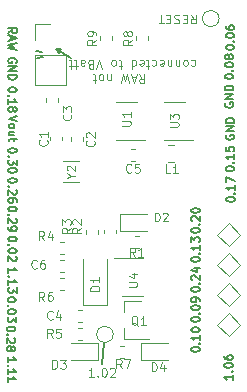
<source format=gbr>
G04 #@! TF.GenerationSoftware,KiCad,Pcbnew,(5.1.9)-1*
G04 #@! TF.CreationDate,2021-01-24T00:06:14-06:00*
G04 #@! TF.ProjectId,BlueMicro840,426c7565-4d69-4637-926f-3834302e6b69,rev?*
G04 #@! TF.SameCoordinates,Original*
G04 #@! TF.FileFunction,Legend,Top*
G04 #@! TF.FilePolarity,Positive*
%FSLAX46Y46*%
G04 Gerber Fmt 4.6, Leading zero omitted, Abs format (unit mm)*
G04 Created by KiCad (PCBNEW (5.1.9)-1) date 2021-01-24 00:06:14*
%MOMM*%
%LPD*%
G01*
G04 APERTURE LIST*
%ADD10C,0.200000*%
%ADD11C,0.100000*%
%ADD12C,0.120000*%
%ADD13C,0.150000*%
G04 APERTURE END LIST*
D10*
X102361533Y-138062775D02*
X102211533Y-139812775D01*
X98721533Y-113114775D02*
X98594533Y-113495775D01*
X98340533Y-113114775D02*
X98721533Y-113114775D01*
X98340533Y-113114775D02*
X98594533Y-113495775D01*
X98340533Y-113114775D02*
X99610533Y-113876775D01*
D11*
X105371104Y-115292989D02*
X105621104Y-115650132D01*
X105799675Y-115292989D02*
X105799675Y-116042989D01*
X105513961Y-116042989D01*
X105442532Y-116007275D01*
X105406818Y-115971560D01*
X105371104Y-115900132D01*
X105371104Y-115792989D01*
X105406818Y-115721560D01*
X105442532Y-115685846D01*
X105513961Y-115650132D01*
X105799675Y-115650132D01*
X105085390Y-115507275D02*
X104728247Y-115507275D01*
X105156818Y-115292989D02*
X104906818Y-116042989D01*
X104656818Y-115292989D01*
X104478247Y-116042989D02*
X104299675Y-115292989D01*
X104156818Y-115828703D01*
X104013961Y-115292989D01*
X103835390Y-116042989D01*
X102978247Y-115792989D02*
X102978247Y-115292989D01*
X102978247Y-115721560D02*
X102942532Y-115757275D01*
X102871104Y-115792989D01*
X102763961Y-115792989D01*
X102692532Y-115757275D01*
X102656818Y-115685846D01*
X102656818Y-115292989D01*
X102192532Y-115292989D02*
X102263961Y-115328703D01*
X102299675Y-115364417D01*
X102335390Y-115435846D01*
X102335390Y-115650132D01*
X102299675Y-115721560D01*
X102263961Y-115757275D01*
X102192532Y-115792989D01*
X102085390Y-115792989D01*
X102013961Y-115757275D01*
X101978247Y-115721560D01*
X101942532Y-115650132D01*
X101942532Y-115435846D01*
X101978247Y-115364417D01*
X102013961Y-115328703D01*
X102085390Y-115292989D01*
X102192532Y-115292989D01*
X101728247Y-115792989D02*
X101442532Y-115792989D01*
X101621104Y-116042989D02*
X101621104Y-115400132D01*
X101585390Y-115328703D01*
X101513961Y-115292989D01*
X101442532Y-115292989D01*
X109763961Y-114103703D02*
X109835390Y-114067989D01*
X109978247Y-114067989D01*
X110049675Y-114103703D01*
X110085390Y-114139417D01*
X110121104Y-114210846D01*
X110121104Y-114425132D01*
X110085390Y-114496560D01*
X110049675Y-114532275D01*
X109978247Y-114567989D01*
X109835390Y-114567989D01*
X109763961Y-114532275D01*
X109335390Y-114067989D02*
X109406818Y-114103703D01*
X109442533Y-114139417D01*
X109478247Y-114210846D01*
X109478247Y-114425132D01*
X109442533Y-114496560D01*
X109406818Y-114532275D01*
X109335390Y-114567989D01*
X109228247Y-114567989D01*
X109156818Y-114532275D01*
X109121104Y-114496560D01*
X109085390Y-114425132D01*
X109085390Y-114210846D01*
X109121104Y-114139417D01*
X109156818Y-114103703D01*
X109228247Y-114067989D01*
X109335390Y-114067989D01*
X108763961Y-114567989D02*
X108763961Y-114067989D01*
X108763961Y-114496560D02*
X108728247Y-114532275D01*
X108656818Y-114567989D01*
X108549675Y-114567989D01*
X108478247Y-114532275D01*
X108442533Y-114460846D01*
X108442533Y-114067989D01*
X108085390Y-114567989D02*
X108085390Y-114067989D01*
X108085390Y-114496560D02*
X108049675Y-114532275D01*
X107978247Y-114567989D01*
X107871104Y-114567989D01*
X107799675Y-114532275D01*
X107763961Y-114460846D01*
X107763961Y-114067989D01*
X107121104Y-114103703D02*
X107192533Y-114067989D01*
X107335390Y-114067989D01*
X107406818Y-114103703D01*
X107442533Y-114175132D01*
X107442533Y-114460846D01*
X107406818Y-114532275D01*
X107335390Y-114567989D01*
X107192533Y-114567989D01*
X107121104Y-114532275D01*
X107085390Y-114460846D01*
X107085390Y-114389417D01*
X107442533Y-114317989D01*
X106442533Y-114103703D02*
X106513961Y-114067989D01*
X106656818Y-114067989D01*
X106728247Y-114103703D01*
X106763961Y-114139417D01*
X106799675Y-114210846D01*
X106799675Y-114425132D01*
X106763961Y-114496560D01*
X106728247Y-114532275D01*
X106656818Y-114567989D01*
X106513961Y-114567989D01*
X106442533Y-114532275D01*
X106228247Y-114567989D02*
X105942533Y-114567989D01*
X106121104Y-114817989D02*
X106121104Y-114175132D01*
X106085390Y-114103703D01*
X106013961Y-114067989D01*
X105942533Y-114067989D01*
X105406818Y-114103703D02*
X105478247Y-114067989D01*
X105621104Y-114067989D01*
X105692533Y-114103703D01*
X105728247Y-114175132D01*
X105728247Y-114460846D01*
X105692533Y-114532275D01*
X105621104Y-114567989D01*
X105478247Y-114567989D01*
X105406818Y-114532275D01*
X105371104Y-114460846D01*
X105371104Y-114389417D01*
X105728247Y-114317989D01*
X104728247Y-114067989D02*
X104728247Y-114817989D01*
X104728247Y-114103703D02*
X104799675Y-114067989D01*
X104942533Y-114067989D01*
X105013961Y-114103703D01*
X105049675Y-114139417D01*
X105085390Y-114210846D01*
X105085390Y-114425132D01*
X105049675Y-114496560D01*
X105013961Y-114532275D01*
X104942533Y-114567989D01*
X104799675Y-114567989D01*
X104728247Y-114532275D01*
X103906818Y-114567989D02*
X103621104Y-114567989D01*
X103799675Y-114817989D02*
X103799675Y-114175132D01*
X103763961Y-114103703D01*
X103692533Y-114067989D01*
X103621104Y-114067989D01*
X103263961Y-114067989D02*
X103335390Y-114103703D01*
X103371104Y-114139417D01*
X103406818Y-114210846D01*
X103406818Y-114425132D01*
X103371104Y-114496560D01*
X103335390Y-114532275D01*
X103263961Y-114567989D01*
X103156818Y-114567989D01*
X103085390Y-114532275D01*
X103049675Y-114496560D01*
X103013961Y-114425132D01*
X103013961Y-114210846D01*
X103049675Y-114139417D01*
X103085390Y-114103703D01*
X103156818Y-114067989D01*
X103263961Y-114067989D01*
X102228247Y-114817989D02*
X101978247Y-114067989D01*
X101728247Y-114817989D01*
X101228247Y-114460846D02*
X101121104Y-114425132D01*
X101085390Y-114389417D01*
X101049675Y-114317989D01*
X101049675Y-114210846D01*
X101085390Y-114139417D01*
X101121104Y-114103703D01*
X101192533Y-114067989D01*
X101478247Y-114067989D01*
X101478247Y-114817989D01*
X101228247Y-114817989D01*
X101156818Y-114782275D01*
X101121104Y-114746560D01*
X101085390Y-114675132D01*
X101085390Y-114603703D01*
X101121104Y-114532275D01*
X101156818Y-114496560D01*
X101228247Y-114460846D01*
X101478247Y-114460846D01*
X100406818Y-114067989D02*
X100406818Y-114460846D01*
X100442533Y-114532275D01*
X100513961Y-114567989D01*
X100656818Y-114567989D01*
X100728247Y-114532275D01*
X100406818Y-114103703D02*
X100478247Y-114067989D01*
X100656818Y-114067989D01*
X100728247Y-114103703D01*
X100763961Y-114175132D01*
X100763961Y-114246560D01*
X100728247Y-114317989D01*
X100656818Y-114353703D01*
X100478247Y-114353703D01*
X100406818Y-114389417D01*
X100156818Y-114567989D02*
X99871104Y-114567989D01*
X100049675Y-114817989D02*
X100049675Y-114175132D01*
X100013961Y-114103703D01*
X99942533Y-114067989D01*
X99871104Y-114067989D01*
X99728247Y-114567989D02*
X99442533Y-114567989D01*
X99621104Y-114817989D02*
X99621104Y-114175132D01*
X99585390Y-114103703D01*
X99513961Y-114067989D01*
X99442533Y-114067989D01*
D10*
X97169533Y-113409775D02*
X96661533Y-113282775D01*
X96671533Y-113912775D02*
X97179533Y-113785775D01*
D11*
X101532961Y-140902060D02*
X101104390Y-140902060D01*
X101318675Y-140902060D02*
X101318675Y-140152060D01*
X101247247Y-140259203D01*
X101175818Y-140330632D01*
X101104390Y-140366346D01*
X101854390Y-140830632D02*
X101890104Y-140866346D01*
X101854390Y-140902060D01*
X101818675Y-140866346D01*
X101854390Y-140830632D01*
X101854390Y-140902060D01*
X102354390Y-140152060D02*
X102425818Y-140152060D01*
X102497247Y-140187775D01*
X102532961Y-140223489D01*
X102568675Y-140294917D01*
X102604390Y-140437775D01*
X102604390Y-140616346D01*
X102568675Y-140759203D01*
X102532961Y-140830632D01*
X102497247Y-140866346D01*
X102425818Y-140902060D01*
X102354390Y-140902060D01*
X102282961Y-140866346D01*
X102247247Y-140830632D01*
X102211533Y-140759203D01*
X102175818Y-140616346D01*
X102175818Y-140437775D01*
X102211533Y-140294917D01*
X102247247Y-140223489D01*
X102282961Y-140187775D01*
X102354390Y-140152060D01*
X102890104Y-140223489D02*
X102925818Y-140187775D01*
X102997247Y-140152060D01*
X103175818Y-140152060D01*
X103247247Y-140187775D01*
X103282961Y-140223489D01*
X103318675Y-140294917D01*
X103318675Y-140366346D01*
X103282961Y-140473489D01*
X102854390Y-140902060D01*
X103318675Y-140902060D01*
X109716818Y-110235489D02*
X109966818Y-110592632D01*
X110145390Y-110235489D02*
X110145390Y-110985489D01*
X109859675Y-110985489D01*
X109788247Y-110949775D01*
X109752533Y-110914060D01*
X109716818Y-110842632D01*
X109716818Y-110735489D01*
X109752533Y-110664060D01*
X109788247Y-110628346D01*
X109859675Y-110592632D01*
X110145390Y-110592632D01*
X109395390Y-110628346D02*
X109145390Y-110628346D01*
X109038247Y-110235489D02*
X109395390Y-110235489D01*
X109395390Y-110985489D01*
X109038247Y-110985489D01*
X108752533Y-110271203D02*
X108645390Y-110235489D01*
X108466818Y-110235489D01*
X108395390Y-110271203D01*
X108359675Y-110306917D01*
X108323961Y-110378346D01*
X108323961Y-110449775D01*
X108359675Y-110521203D01*
X108395390Y-110556917D01*
X108466818Y-110592632D01*
X108609675Y-110628346D01*
X108681104Y-110664060D01*
X108716818Y-110699775D01*
X108752533Y-110771203D01*
X108752533Y-110842632D01*
X108716818Y-110914060D01*
X108681104Y-110949775D01*
X108609675Y-110985489D01*
X108431104Y-110985489D01*
X108323961Y-110949775D01*
X108002533Y-110628346D02*
X107752533Y-110628346D01*
X107645390Y-110235489D02*
X108002533Y-110235489D01*
X108002533Y-110985489D01*
X107645390Y-110985489D01*
X107431104Y-110985489D02*
X107002533Y-110985489D01*
X107216818Y-110235489D02*
X107216818Y-110985489D01*
D12*
X99547033Y-139503775D02*
X101832033Y-139503775D01*
X101832033Y-139503775D02*
X101832033Y-138033775D01*
X101832033Y-138033775D02*
X99547033Y-138033775D01*
X105998533Y-127111775D02*
X103713533Y-127111775D01*
X103713533Y-127111775D02*
X103713533Y-128581775D01*
X103713533Y-128581775D02*
X105998533Y-128581775D01*
X100285533Y-122653775D02*
X98935533Y-122653775D01*
X100285533Y-124403775D02*
X98935533Y-124403775D01*
X107473533Y-120820775D02*
X109923533Y-120820775D01*
X109273533Y-117600775D02*
X107473533Y-117600775D01*
X103917533Y-134028775D02*
X105717533Y-134028775D01*
X105717533Y-130808775D02*
X103267533Y-130808775D01*
X107802034Y-138033775D02*
X105517034Y-138033775D01*
X105517034Y-138033775D02*
X105517034Y-139503775D01*
X105517034Y-139503775D02*
X107802034Y-139503775D01*
X97830533Y-120897554D02*
X97830533Y-120571996D01*
X98850533Y-120897554D02*
X98850533Y-120571996D01*
X100628533Y-120597497D02*
X100628533Y-120923055D01*
X99608533Y-120597497D02*
X99608533Y-120923055D01*
X98469533Y-117295496D02*
X98469533Y-117621054D01*
X97449533Y-117295496D02*
X97449533Y-117621054D01*
X100509812Y-135210775D02*
X100184254Y-135210775D01*
X100509812Y-136230775D02*
X100184254Y-136230775D01*
X104654754Y-122641775D02*
X104980312Y-122641775D01*
X104654754Y-121621775D02*
X104980312Y-121621775D01*
X98685754Y-132039775D02*
X99011312Y-132039775D01*
X98685754Y-131019775D02*
X99011312Y-131019775D01*
X105010254Y-130007775D02*
X105335812Y-130007775D01*
X105010254Y-128987775D02*
X105335812Y-128987775D01*
X103422533Y-128771554D02*
X103422533Y-128445996D01*
X102402533Y-128771554D02*
X102402533Y-128445996D01*
X100878533Y-128797060D02*
X100878533Y-128471502D01*
X101898533Y-128797060D02*
X101898533Y-128471502D01*
X99011312Y-130515775D02*
X98685754Y-130515775D01*
X99011312Y-129495775D02*
X98685754Y-129495775D01*
X100509812Y-136734775D02*
X100184254Y-136734775D01*
X100509812Y-137754775D02*
X100184254Y-137754775D01*
X98685754Y-132543775D02*
X99011312Y-132543775D01*
X98685754Y-133563775D02*
X99011312Y-133563775D01*
X104091312Y-139278775D02*
X103765754Y-139278775D01*
X104091312Y-138258775D02*
X103765754Y-138258775D01*
X100642533Y-134796775D02*
X102642533Y-134796775D01*
X102642533Y-134796775D02*
X102642533Y-130896775D01*
X100642533Y-134796775D02*
X100642533Y-130896775D01*
X104057533Y-134521775D02*
X104057533Y-135451775D01*
X104057533Y-137681775D02*
X104057533Y-136751775D01*
X104057533Y-137681775D02*
X106217533Y-137681775D01*
X104057533Y-134521775D02*
X105517533Y-134521775D01*
X103161533Y-137312775D02*
G75*
G03*
X103161533Y-137312775I-700000J0D01*
G01*
X112121533Y-110574775D02*
G75*
G03*
X112121533Y-110574775I-700000J0D01*
G01*
X108299611Y-122714775D02*
X107782455Y-122714775D01*
X108299611Y-121294775D02*
X107782455Y-121294775D01*
X112945533Y-134932724D02*
X111955584Y-133942775D01*
X113935482Y-133942775D02*
X112945533Y-134932724D01*
X112945533Y-132952826D02*
X113935482Y-133942775D01*
X111955584Y-133942775D02*
X112945533Y-132952826D01*
X111955584Y-136482775D02*
X112945533Y-135492826D01*
X112945533Y-135492826D02*
X113935482Y-136482775D01*
X113935482Y-136482775D02*
X112945533Y-137472724D01*
X112945533Y-137472724D02*
X111955584Y-136482775D01*
X111955584Y-128862775D02*
X112945533Y-127872826D01*
X112945533Y-127872826D02*
X113935482Y-128862775D01*
X113935482Y-128862775D02*
X112945533Y-129852724D01*
X112945533Y-129852724D02*
X111955584Y-128862775D01*
X112945533Y-132392724D02*
X111955584Y-131402775D01*
X113935482Y-131402775D02*
X112945533Y-132392724D01*
X112945533Y-130412826D02*
X113935482Y-131402775D01*
X111955584Y-131402775D02*
X112945533Y-130412826D01*
X105069533Y-112388554D02*
X105069533Y-112062996D01*
X106089533Y-112388554D02*
X106089533Y-112062996D01*
X103041533Y-112388554D02*
X103041533Y-112062996D01*
X102021533Y-112388554D02*
X102021533Y-112062996D01*
X105209533Y-117600775D02*
X103409533Y-117600775D01*
X103409533Y-120820775D02*
X105859533Y-120820775D01*
X96502533Y-116222775D02*
X99162533Y-116222775D01*
X96502533Y-113622775D02*
X96502533Y-116222775D01*
X99162533Y-113622775D02*
X99162533Y-116222775D01*
X96502533Y-113622775D02*
X99162533Y-113622775D01*
X96502533Y-112352775D02*
X96502533Y-111022775D01*
X96502533Y-111022775D02*
X97832533Y-111022775D01*
D11*
X98007961Y-140202060D02*
X98007961Y-139452060D01*
X98186533Y-139452060D01*
X98293675Y-139487775D01*
X98365104Y-139559203D01*
X98400818Y-139630632D01*
X98436533Y-139773489D01*
X98436533Y-139880632D01*
X98400818Y-140023489D01*
X98365104Y-140094917D01*
X98293675Y-140166346D01*
X98186533Y-140202060D01*
X98007961Y-140202060D01*
X98686533Y-139452060D02*
X99150818Y-139452060D01*
X98900818Y-139737775D01*
X99007961Y-139737775D01*
X99079390Y-139773489D01*
X99115104Y-139809203D01*
X99150818Y-139880632D01*
X99150818Y-140059203D01*
X99115104Y-140130632D01*
X99079390Y-140166346D01*
X99007961Y-140202060D01*
X98793675Y-140202060D01*
X98722247Y-140166346D01*
X98686533Y-140130632D01*
X106713866Y-127718941D02*
X106713866Y-127018941D01*
X106880533Y-127018941D01*
X106980533Y-127052275D01*
X107047199Y-127118941D01*
X107080533Y-127185608D01*
X107113866Y-127318941D01*
X107113866Y-127418941D01*
X107080533Y-127552275D01*
X107047199Y-127618941D01*
X106980533Y-127685608D01*
X106880533Y-127718941D01*
X106713866Y-127718941D01*
X107380533Y-127085608D02*
X107413866Y-127052275D01*
X107480533Y-127018941D01*
X107647199Y-127018941D01*
X107713866Y-127052275D01*
X107747199Y-127085608D01*
X107780533Y-127152275D01*
X107780533Y-127218941D01*
X107747199Y-127318941D01*
X107347199Y-127718941D01*
X107780533Y-127718941D01*
X99593866Y-123862108D02*
X99927199Y-123862108D01*
X99227199Y-124095441D02*
X99593866Y-123862108D01*
X99227199Y-123628775D01*
X99293866Y-123428775D02*
X99260533Y-123395441D01*
X99227199Y-123328775D01*
X99227199Y-123162108D01*
X99260533Y-123095441D01*
X99293866Y-123062108D01*
X99360533Y-123028775D01*
X99427199Y-123028775D01*
X99527199Y-123062108D01*
X99927199Y-123462108D01*
X99927199Y-123028775D01*
X107990199Y-119744108D02*
X108556866Y-119744108D01*
X108623533Y-119710775D01*
X108656866Y-119677441D01*
X108690199Y-119610775D01*
X108690199Y-119477441D01*
X108656866Y-119410775D01*
X108623533Y-119377441D01*
X108556866Y-119344108D01*
X107990199Y-119344108D01*
X107990199Y-119077441D02*
X107990199Y-118644108D01*
X108256866Y-118877441D01*
X108256866Y-118777441D01*
X108290199Y-118710775D01*
X108323533Y-118677441D01*
X108390199Y-118644108D01*
X108556866Y-118644108D01*
X108623533Y-118677441D01*
X108656866Y-118710775D01*
X108690199Y-118777441D01*
X108690199Y-118977441D01*
X108656866Y-119044108D01*
X108623533Y-119077441D01*
X104497699Y-133269608D02*
X105064366Y-133269608D01*
X105131033Y-133236275D01*
X105164366Y-133202941D01*
X105197699Y-133136275D01*
X105197699Y-133002941D01*
X105164366Y-132936275D01*
X105131033Y-132902941D01*
X105064366Y-132869608D01*
X104497699Y-132869608D01*
X104731033Y-132236275D02*
X105197699Y-132236275D01*
X104464366Y-132402941D02*
X104964366Y-132569608D01*
X104964366Y-132136275D01*
X106422961Y-140441560D02*
X106422961Y-139691560D01*
X106601533Y-139691560D01*
X106708675Y-139727275D01*
X106780104Y-139798703D01*
X106815818Y-139870132D01*
X106851533Y-140012989D01*
X106851533Y-140120132D01*
X106815818Y-140262989D01*
X106780104Y-140334417D01*
X106708675Y-140405846D01*
X106601533Y-140441560D01*
X106422961Y-140441560D01*
X107494390Y-139941560D02*
X107494390Y-140441560D01*
X107315818Y-139655846D02*
X107137247Y-140191560D01*
X107601533Y-140191560D01*
X97528890Y-120859775D02*
X97564604Y-120895489D01*
X97600318Y-121002632D01*
X97600318Y-121074060D01*
X97564604Y-121181203D01*
X97493175Y-121252632D01*
X97421747Y-121288346D01*
X97278890Y-121324060D01*
X97171747Y-121324060D01*
X97028890Y-121288346D01*
X96957461Y-121252632D01*
X96886033Y-121181203D01*
X96850318Y-121074060D01*
X96850318Y-121002632D01*
X96886033Y-120895489D01*
X96921747Y-120859775D01*
X97600318Y-120145489D02*
X97600318Y-120574060D01*
X97600318Y-120359775D02*
X96850318Y-120359775D01*
X96957461Y-120431203D01*
X97028890Y-120502632D01*
X97064604Y-120574060D01*
X101529390Y-120923275D02*
X101565104Y-120958989D01*
X101600818Y-121066132D01*
X101600818Y-121137560D01*
X101565104Y-121244703D01*
X101493675Y-121316132D01*
X101422247Y-121351846D01*
X101279390Y-121387560D01*
X101172247Y-121387560D01*
X101029390Y-121351846D01*
X100957961Y-121316132D01*
X100886533Y-121244703D01*
X100850818Y-121137560D01*
X100850818Y-121066132D01*
X100886533Y-120958989D01*
X100922247Y-120923275D01*
X100922247Y-120637560D02*
X100886533Y-120601846D01*
X100850818Y-120530417D01*
X100850818Y-120351846D01*
X100886533Y-120280417D01*
X100922247Y-120244703D01*
X100993675Y-120208989D01*
X101065104Y-120208989D01*
X101172247Y-120244703D01*
X101600818Y-120673275D01*
X101600818Y-120208989D01*
X99548190Y-118700775D02*
X99583904Y-118736489D01*
X99619618Y-118843632D01*
X99619618Y-118915060D01*
X99583904Y-119022203D01*
X99512475Y-119093632D01*
X99441047Y-119129346D01*
X99298190Y-119165060D01*
X99191047Y-119165060D01*
X99048190Y-119129346D01*
X98976761Y-119093632D01*
X98905333Y-119022203D01*
X98869618Y-118915060D01*
X98869618Y-118843632D01*
X98905333Y-118736489D01*
X98941047Y-118700775D01*
X98869618Y-118450775D02*
X98869618Y-117986489D01*
X99155333Y-118236489D01*
X99155333Y-118129346D01*
X99191047Y-118057917D01*
X99226761Y-118022203D01*
X99298190Y-117986489D01*
X99476761Y-117986489D01*
X99548190Y-118022203D01*
X99583904Y-118057917D01*
X99619618Y-118129346D01*
X99619618Y-118343632D01*
X99583904Y-118415060D01*
X99548190Y-118450775D01*
X98025033Y-135988632D02*
X97989318Y-136024346D01*
X97882175Y-136060060D01*
X97810747Y-136060060D01*
X97703604Y-136024346D01*
X97632175Y-135952917D01*
X97596461Y-135881489D01*
X97560747Y-135738632D01*
X97560747Y-135631489D01*
X97596461Y-135488632D01*
X97632175Y-135417203D01*
X97703604Y-135345775D01*
X97810747Y-135310060D01*
X97882175Y-135310060D01*
X97989318Y-135345775D01*
X98025033Y-135381489D01*
X98667890Y-135560060D02*
X98667890Y-136060060D01*
X98489318Y-135274346D02*
X98310747Y-135810060D01*
X98775033Y-135810060D01*
X104692533Y-123542632D02*
X104656818Y-123578346D01*
X104549675Y-123614060D01*
X104478247Y-123614060D01*
X104371104Y-123578346D01*
X104299675Y-123506917D01*
X104263961Y-123435489D01*
X104228247Y-123292632D01*
X104228247Y-123185489D01*
X104263961Y-123042632D01*
X104299675Y-122971203D01*
X104371104Y-122899775D01*
X104478247Y-122864060D01*
X104549675Y-122864060D01*
X104656818Y-122899775D01*
X104692533Y-122935489D01*
X105371104Y-122864060D02*
X105013961Y-122864060D01*
X104978247Y-123221203D01*
X105013961Y-123185489D01*
X105085390Y-123149775D01*
X105263961Y-123149775D01*
X105335390Y-123185489D01*
X105371104Y-123221203D01*
X105406818Y-123292632D01*
X105406818Y-123471203D01*
X105371104Y-123542632D01*
X105335390Y-123578346D01*
X105263961Y-123614060D01*
X105085390Y-123614060D01*
X105013961Y-123578346D01*
X104978247Y-123542632D01*
X96691533Y-131670632D02*
X96655818Y-131706346D01*
X96548675Y-131742060D01*
X96477247Y-131742060D01*
X96370104Y-131706346D01*
X96298675Y-131634917D01*
X96262961Y-131563489D01*
X96227247Y-131420632D01*
X96227247Y-131313489D01*
X96262961Y-131170632D01*
X96298675Y-131099203D01*
X96370104Y-131027775D01*
X96477247Y-130992060D01*
X96548675Y-130992060D01*
X96655818Y-131027775D01*
X96691533Y-131063489D01*
X97334390Y-130992060D02*
X97191533Y-130992060D01*
X97120104Y-131027775D01*
X97084390Y-131063489D01*
X97012961Y-131170632D01*
X96977247Y-131313489D01*
X96977247Y-131599203D01*
X97012961Y-131670632D01*
X97048675Y-131706346D01*
X97120104Y-131742060D01*
X97262961Y-131742060D01*
X97334390Y-131706346D01*
X97370104Y-131670632D01*
X97405818Y-131599203D01*
X97405818Y-131420632D01*
X97370104Y-131349203D01*
X97334390Y-131313489D01*
X97262961Y-131277775D01*
X97120104Y-131277775D01*
X97048675Y-131313489D01*
X97012961Y-131349203D01*
X96977247Y-131420632D01*
X105010033Y-130726060D02*
X104760033Y-130368917D01*
X104581461Y-130726060D02*
X104581461Y-129976060D01*
X104867175Y-129976060D01*
X104938604Y-130011775D01*
X104974318Y-130047489D01*
X105010033Y-130118917D01*
X105010033Y-130226060D01*
X104974318Y-130297489D01*
X104938604Y-130333203D01*
X104867175Y-130368917D01*
X104581461Y-130368917D01*
X105724318Y-130726060D02*
X105295747Y-130726060D01*
X105510033Y-130726060D02*
X105510033Y-129976060D01*
X105438604Y-130083203D01*
X105367175Y-130154632D01*
X105295747Y-130190346D01*
X100457818Y-128289275D02*
X100100675Y-128539275D01*
X100457818Y-128717846D02*
X99707818Y-128717846D01*
X99707818Y-128432132D01*
X99743533Y-128360703D01*
X99779247Y-128324989D01*
X99850675Y-128289275D01*
X99957818Y-128289275D01*
X100029247Y-128324989D01*
X100064961Y-128360703D01*
X100100675Y-128432132D01*
X100100675Y-128717846D01*
X99779247Y-128003560D02*
X99743533Y-127967846D01*
X99707818Y-127896417D01*
X99707818Y-127717846D01*
X99743533Y-127646417D01*
X99779247Y-127610703D01*
X99850675Y-127574989D01*
X99922104Y-127574989D01*
X100029247Y-127610703D01*
X100457818Y-128039275D01*
X100457818Y-127574989D01*
X99568818Y-128289275D02*
X99211675Y-128539275D01*
X99568818Y-128717846D02*
X98818818Y-128717846D01*
X98818818Y-128432132D01*
X98854533Y-128360703D01*
X98890247Y-128324989D01*
X98961675Y-128289275D01*
X99068818Y-128289275D01*
X99140247Y-128324989D01*
X99175961Y-128360703D01*
X99211675Y-128432132D01*
X99211675Y-128717846D01*
X98818818Y-128039275D02*
X98818818Y-127574989D01*
X99104533Y-127824989D01*
X99104533Y-127717846D01*
X99140247Y-127646417D01*
X99175961Y-127610703D01*
X99247390Y-127574989D01*
X99425961Y-127574989D01*
X99497390Y-127610703D01*
X99533104Y-127646417D01*
X99568818Y-127717846D01*
X99568818Y-127932132D01*
X99533104Y-128003560D01*
X99497390Y-128039275D01*
X97326533Y-129329060D02*
X97076533Y-128971917D01*
X96897961Y-129329060D02*
X96897961Y-128579060D01*
X97183675Y-128579060D01*
X97255104Y-128614775D01*
X97290818Y-128650489D01*
X97326533Y-128721917D01*
X97326533Y-128829060D01*
X97290818Y-128900489D01*
X97255104Y-128936203D01*
X97183675Y-128971917D01*
X96897961Y-128971917D01*
X97969390Y-128829060D02*
X97969390Y-129329060D01*
X97790818Y-128543346D02*
X97612247Y-129079060D01*
X98076533Y-129079060D01*
X98025033Y-137584060D02*
X97775033Y-137226917D01*
X97596461Y-137584060D02*
X97596461Y-136834060D01*
X97882175Y-136834060D01*
X97953604Y-136869775D01*
X97989318Y-136905489D01*
X98025033Y-136976917D01*
X98025033Y-137084060D01*
X97989318Y-137155489D01*
X97953604Y-137191203D01*
X97882175Y-137226917D01*
X97596461Y-137226917D01*
X98703604Y-136834060D02*
X98346461Y-136834060D01*
X98310747Y-137191203D01*
X98346461Y-137155489D01*
X98417890Y-137119775D01*
X98596461Y-137119775D01*
X98667890Y-137155489D01*
X98703604Y-137191203D01*
X98739318Y-137262632D01*
X98739318Y-137441203D01*
X98703604Y-137512632D01*
X98667890Y-137548346D01*
X98596461Y-137584060D01*
X98417890Y-137584060D01*
X98346461Y-137548346D01*
X98310747Y-137512632D01*
X97326533Y-134472560D02*
X97076533Y-134115417D01*
X96897961Y-134472560D02*
X96897961Y-133722560D01*
X97183675Y-133722560D01*
X97255104Y-133758275D01*
X97290818Y-133793989D01*
X97326533Y-133865417D01*
X97326533Y-133972560D01*
X97290818Y-134043989D01*
X97255104Y-134079703D01*
X97183675Y-134115417D01*
X96897961Y-134115417D01*
X97969390Y-133722560D02*
X97826533Y-133722560D01*
X97755104Y-133758275D01*
X97719390Y-133793989D01*
X97647961Y-133901132D01*
X97612247Y-134043989D01*
X97612247Y-134329703D01*
X97647961Y-134401132D01*
X97683675Y-134436846D01*
X97755104Y-134472560D01*
X97897961Y-134472560D01*
X97969390Y-134436846D01*
X98005104Y-134401132D01*
X98040818Y-134329703D01*
X98040818Y-134151132D01*
X98005104Y-134079703D01*
X97969390Y-134043989D01*
X97897961Y-134008275D01*
X97755104Y-134008275D01*
X97683675Y-134043989D01*
X97647961Y-134079703D01*
X97612247Y-134151132D01*
X103867033Y-140187560D02*
X103617033Y-139830417D01*
X103438461Y-140187560D02*
X103438461Y-139437560D01*
X103724175Y-139437560D01*
X103795604Y-139473275D01*
X103831318Y-139508989D01*
X103867033Y-139580417D01*
X103867033Y-139687560D01*
X103831318Y-139758989D01*
X103795604Y-139794703D01*
X103724175Y-139830417D01*
X103438461Y-139830417D01*
X104117033Y-139437560D02*
X104617033Y-139437560D01*
X104295604Y-140187560D01*
X101981818Y-133607346D02*
X101231818Y-133607346D01*
X101231818Y-133428775D01*
X101267533Y-133321632D01*
X101338961Y-133250203D01*
X101410390Y-133214489D01*
X101553247Y-133178775D01*
X101660390Y-133178775D01*
X101803247Y-133214489D01*
X101874675Y-133250203D01*
X101946104Y-133321632D01*
X101981818Y-133428775D01*
X101981818Y-133607346D01*
X101981818Y-132464489D02*
X101981818Y-132893060D01*
X101981818Y-132678775D02*
X101231818Y-132678775D01*
X101338961Y-132750203D01*
X101410390Y-132821632D01*
X101446104Y-132893060D01*
X105254104Y-136575989D02*
X105182675Y-136540275D01*
X105111247Y-136468846D01*
X105004104Y-136361703D01*
X104932675Y-136325989D01*
X104861247Y-136325989D01*
X104896961Y-136504560D02*
X104825533Y-136468846D01*
X104754104Y-136397417D01*
X104718390Y-136254560D01*
X104718390Y-136004560D01*
X104754104Y-135861703D01*
X104825533Y-135790275D01*
X104896961Y-135754560D01*
X105039818Y-135754560D01*
X105111247Y-135790275D01*
X105182675Y-135861703D01*
X105218390Y-136004560D01*
X105218390Y-136254560D01*
X105182675Y-136397417D01*
X105111247Y-136468846D01*
X105039818Y-136504560D01*
X104896961Y-136504560D01*
X105932675Y-136504560D02*
X105504104Y-136504560D01*
X105718390Y-136504560D02*
X105718390Y-135754560D01*
X105646961Y-135861703D01*
X105575533Y-135933132D01*
X105504104Y-135968846D01*
X107994533Y-123677560D02*
X107637390Y-123677560D01*
X107637390Y-122927560D01*
X108637390Y-123677560D02*
X108208818Y-123677560D01*
X108423104Y-123677560D02*
X108423104Y-122927560D01*
X108351675Y-123034703D01*
X108280247Y-123106132D01*
X108208818Y-123141846D01*
D13*
X94277366Y-111805941D02*
X94610699Y-111572608D01*
X94277366Y-111405941D02*
X94977366Y-111405941D01*
X94977366Y-111672608D01*
X94944033Y-111739275D01*
X94910699Y-111772608D01*
X94844033Y-111805941D01*
X94744033Y-111805941D01*
X94677366Y-111772608D01*
X94644033Y-111739275D01*
X94610699Y-111672608D01*
X94610699Y-111405941D01*
X94477366Y-112072608D02*
X94477366Y-112405941D01*
X94277366Y-112005941D02*
X94977366Y-112239275D01*
X94277366Y-112472608D01*
X94977366Y-112639275D02*
X94277366Y-112805941D01*
X94777366Y-112939275D01*
X94277366Y-113072608D01*
X94977366Y-113239275D01*
X94944033Y-114295941D02*
X94977366Y-114229275D01*
X94977366Y-114129275D01*
X94944033Y-114029275D01*
X94877366Y-113962608D01*
X94810699Y-113929275D01*
X94677366Y-113895941D01*
X94577366Y-113895941D01*
X94444033Y-113929275D01*
X94377366Y-113962608D01*
X94310699Y-114029275D01*
X94277366Y-114129275D01*
X94277366Y-114195941D01*
X94310699Y-114295941D01*
X94344033Y-114329275D01*
X94577366Y-114329275D01*
X94577366Y-114195941D01*
X94277366Y-114629275D02*
X94977366Y-114629275D01*
X94277366Y-115029275D01*
X94977366Y-115029275D01*
X94277366Y-115362608D02*
X94977366Y-115362608D01*
X94977366Y-115529275D01*
X94944033Y-115629275D01*
X94877366Y-115695941D01*
X94810699Y-115729275D01*
X94677366Y-115762608D01*
X94577366Y-115762608D01*
X94444033Y-115729275D01*
X94377366Y-115695941D01*
X94310699Y-115629275D01*
X94277366Y-115529275D01*
X94277366Y-115362608D01*
X94977366Y-116566108D02*
X94977366Y-116632775D01*
X94944033Y-116699441D01*
X94910699Y-116732775D01*
X94844033Y-116766108D01*
X94710699Y-116799441D01*
X94544033Y-116799441D01*
X94410699Y-116766108D01*
X94344033Y-116732775D01*
X94310699Y-116699441D01*
X94277366Y-116632775D01*
X94277366Y-116566108D01*
X94310699Y-116499441D01*
X94344033Y-116466108D01*
X94410699Y-116432775D01*
X94544033Y-116399441D01*
X94710699Y-116399441D01*
X94844033Y-116432775D01*
X94910699Y-116466108D01*
X94944033Y-116499441D01*
X94977366Y-116566108D01*
X94344033Y-117099441D02*
X94310699Y-117132775D01*
X94277366Y-117099441D01*
X94310699Y-117066108D01*
X94344033Y-117099441D01*
X94277366Y-117099441D01*
X94277366Y-117799441D02*
X94277366Y-117399441D01*
X94277366Y-117599441D02*
X94977366Y-117599441D01*
X94877366Y-117532775D01*
X94810699Y-117466108D01*
X94777366Y-117399441D01*
X94677366Y-118199441D02*
X94710699Y-118132775D01*
X94744033Y-118099441D01*
X94810699Y-118066108D01*
X94844033Y-118066108D01*
X94910699Y-118099441D01*
X94944033Y-118132775D01*
X94977366Y-118199441D01*
X94977366Y-118332775D01*
X94944033Y-118399441D01*
X94910699Y-118432775D01*
X94844033Y-118466108D01*
X94810699Y-118466108D01*
X94744033Y-118432775D01*
X94710699Y-118399441D01*
X94677366Y-118332775D01*
X94677366Y-118199441D01*
X94644033Y-118132775D01*
X94610699Y-118099441D01*
X94544033Y-118066108D01*
X94410699Y-118066108D01*
X94344033Y-118099441D01*
X94310699Y-118132775D01*
X94277366Y-118199441D01*
X94277366Y-118332775D01*
X94310699Y-118399441D01*
X94344033Y-118432775D01*
X94410699Y-118466108D01*
X94544033Y-118466108D01*
X94610699Y-118432775D01*
X94644033Y-118399441D01*
X94677366Y-118332775D01*
X95034866Y-118816108D02*
X94334866Y-119049441D01*
X95034866Y-119282775D01*
X94334866Y-119616108D02*
X94368199Y-119549441D01*
X94401533Y-119516108D01*
X94468199Y-119482775D01*
X94668199Y-119482775D01*
X94734866Y-119516108D01*
X94768199Y-119549441D01*
X94801533Y-119616108D01*
X94801533Y-119716108D01*
X94768199Y-119782775D01*
X94734866Y-119816108D01*
X94668199Y-119849441D01*
X94468199Y-119849441D01*
X94401533Y-119816108D01*
X94368199Y-119782775D01*
X94334866Y-119716108D01*
X94334866Y-119616108D01*
X94801533Y-120449441D02*
X94334866Y-120449441D01*
X94801533Y-120149441D02*
X94434866Y-120149441D01*
X94368199Y-120182775D01*
X94334866Y-120249441D01*
X94334866Y-120349441D01*
X94368199Y-120416108D01*
X94401533Y-120449441D01*
X94801533Y-120682775D02*
X94801533Y-120949441D01*
X95034866Y-120782775D02*
X94434866Y-120782775D01*
X94368199Y-120816108D01*
X94334866Y-120882775D01*
X94334866Y-120949441D01*
X94977366Y-121709608D02*
X94977366Y-121776275D01*
X94944033Y-121842941D01*
X94910699Y-121876275D01*
X94844033Y-121909608D01*
X94710699Y-121942941D01*
X94544033Y-121942941D01*
X94410699Y-121909608D01*
X94344033Y-121876275D01*
X94310699Y-121842941D01*
X94277366Y-121776275D01*
X94277366Y-121709608D01*
X94310699Y-121642941D01*
X94344033Y-121609608D01*
X94410699Y-121576275D01*
X94544033Y-121542941D01*
X94710699Y-121542941D01*
X94844033Y-121576275D01*
X94910699Y-121609608D01*
X94944033Y-121642941D01*
X94977366Y-121709608D01*
X94344033Y-122242941D02*
X94310699Y-122276275D01*
X94277366Y-122242941D01*
X94310699Y-122209608D01*
X94344033Y-122242941D01*
X94277366Y-122242941D01*
X94977366Y-122509608D02*
X94977366Y-122942941D01*
X94710699Y-122709608D01*
X94710699Y-122809608D01*
X94677366Y-122876275D01*
X94644033Y-122909608D01*
X94577366Y-122942941D01*
X94410699Y-122942941D01*
X94344033Y-122909608D01*
X94310699Y-122876275D01*
X94277366Y-122809608D01*
X94277366Y-122609608D01*
X94310699Y-122542941D01*
X94344033Y-122509608D01*
X94977366Y-123376275D02*
X94977366Y-123442941D01*
X94944033Y-123509608D01*
X94910699Y-123542941D01*
X94844033Y-123576275D01*
X94710699Y-123609608D01*
X94544033Y-123609608D01*
X94410699Y-123576275D01*
X94344033Y-123542941D01*
X94310699Y-123509608D01*
X94277366Y-123442941D01*
X94277366Y-123376275D01*
X94310699Y-123309608D01*
X94344033Y-123276275D01*
X94410699Y-123242941D01*
X94544033Y-123209608D01*
X94710699Y-123209608D01*
X94844033Y-123242941D01*
X94910699Y-123276275D01*
X94944033Y-123309608D01*
X94977366Y-123376275D01*
X94977366Y-124249608D02*
X94977366Y-124316275D01*
X94944033Y-124382941D01*
X94910699Y-124416275D01*
X94844033Y-124449608D01*
X94710699Y-124482941D01*
X94544033Y-124482941D01*
X94410699Y-124449608D01*
X94344033Y-124416275D01*
X94310699Y-124382941D01*
X94277366Y-124316275D01*
X94277366Y-124249608D01*
X94310699Y-124182941D01*
X94344033Y-124149608D01*
X94410699Y-124116275D01*
X94544033Y-124082941D01*
X94710699Y-124082941D01*
X94844033Y-124116275D01*
X94910699Y-124149608D01*
X94944033Y-124182941D01*
X94977366Y-124249608D01*
X94344033Y-124782941D02*
X94310699Y-124816275D01*
X94277366Y-124782941D01*
X94310699Y-124749608D01*
X94344033Y-124782941D01*
X94277366Y-124782941D01*
X94910699Y-125082941D02*
X94944033Y-125116275D01*
X94977366Y-125182941D01*
X94977366Y-125349608D01*
X94944033Y-125416275D01*
X94910699Y-125449608D01*
X94844033Y-125482941D01*
X94777366Y-125482941D01*
X94677366Y-125449608D01*
X94277366Y-125049608D01*
X94277366Y-125482941D01*
X94977366Y-126082941D02*
X94977366Y-125949608D01*
X94944033Y-125882941D01*
X94910699Y-125849608D01*
X94810699Y-125782941D01*
X94677366Y-125749608D01*
X94410699Y-125749608D01*
X94344033Y-125782941D01*
X94310699Y-125816275D01*
X94277366Y-125882941D01*
X94277366Y-126016275D01*
X94310699Y-126082941D01*
X94344033Y-126116275D01*
X94410699Y-126149608D01*
X94577366Y-126149608D01*
X94644033Y-126116275D01*
X94677366Y-126082941D01*
X94710699Y-126016275D01*
X94710699Y-125882941D01*
X94677366Y-125816275D01*
X94644033Y-125782941D01*
X94577366Y-125749608D01*
X94977366Y-129202608D02*
X94977366Y-129269275D01*
X94944033Y-129335941D01*
X94910699Y-129369275D01*
X94844033Y-129402608D01*
X94710699Y-129435941D01*
X94544033Y-129435941D01*
X94410699Y-129402608D01*
X94344033Y-129369275D01*
X94310699Y-129335941D01*
X94277366Y-129269275D01*
X94277366Y-129202608D01*
X94310699Y-129135941D01*
X94344033Y-129102608D01*
X94410699Y-129069275D01*
X94544033Y-129035941D01*
X94710699Y-129035941D01*
X94844033Y-129069275D01*
X94910699Y-129102608D01*
X94944033Y-129135941D01*
X94977366Y-129202608D01*
X94344033Y-129735941D02*
X94310699Y-129769275D01*
X94277366Y-129735941D01*
X94310699Y-129702608D01*
X94344033Y-129735941D01*
X94277366Y-129735941D01*
X94977366Y-130202608D02*
X94977366Y-130269275D01*
X94944033Y-130335941D01*
X94910699Y-130369275D01*
X94844033Y-130402608D01*
X94710699Y-130435941D01*
X94544033Y-130435941D01*
X94410699Y-130402608D01*
X94344033Y-130369275D01*
X94310699Y-130335941D01*
X94277366Y-130269275D01*
X94277366Y-130202608D01*
X94310699Y-130135941D01*
X94344033Y-130102608D01*
X94410699Y-130069275D01*
X94544033Y-130035941D01*
X94710699Y-130035941D01*
X94844033Y-130069275D01*
X94910699Y-130102608D01*
X94944033Y-130135941D01*
X94977366Y-130202608D01*
X94910699Y-130702608D02*
X94944033Y-130735941D01*
X94977366Y-130802608D01*
X94977366Y-130969275D01*
X94944033Y-131035941D01*
X94910699Y-131069275D01*
X94844033Y-131102608D01*
X94777366Y-131102608D01*
X94677366Y-131069275D01*
X94277366Y-130669275D01*
X94277366Y-131102608D01*
X94977366Y-126662608D02*
X94977366Y-126729275D01*
X94944033Y-126795941D01*
X94910699Y-126829275D01*
X94844033Y-126862608D01*
X94710699Y-126895941D01*
X94544033Y-126895941D01*
X94410699Y-126862608D01*
X94344033Y-126829275D01*
X94310699Y-126795941D01*
X94277366Y-126729275D01*
X94277366Y-126662608D01*
X94310699Y-126595941D01*
X94344033Y-126562608D01*
X94410699Y-126529275D01*
X94544033Y-126495941D01*
X94710699Y-126495941D01*
X94844033Y-126529275D01*
X94910699Y-126562608D01*
X94944033Y-126595941D01*
X94977366Y-126662608D01*
X94344033Y-127195941D02*
X94310699Y-127229275D01*
X94277366Y-127195941D01*
X94310699Y-127162608D01*
X94344033Y-127195941D01*
X94277366Y-127195941D01*
X94910699Y-127495941D02*
X94944033Y-127529275D01*
X94977366Y-127595941D01*
X94977366Y-127762608D01*
X94944033Y-127829275D01*
X94910699Y-127862608D01*
X94844033Y-127895941D01*
X94777366Y-127895941D01*
X94677366Y-127862608D01*
X94277366Y-127462608D01*
X94277366Y-127895941D01*
X94277366Y-128229275D02*
X94277366Y-128362608D01*
X94310699Y-128429275D01*
X94344033Y-128462608D01*
X94444033Y-128529275D01*
X94577366Y-128562608D01*
X94844033Y-128562608D01*
X94910699Y-128529275D01*
X94944033Y-128495941D01*
X94977366Y-128429275D01*
X94977366Y-128295941D01*
X94944033Y-128229275D01*
X94910699Y-128195941D01*
X94844033Y-128162608D01*
X94677366Y-128162608D01*
X94610699Y-128195941D01*
X94577366Y-128229275D01*
X94544033Y-128295941D01*
X94544033Y-128429275D01*
X94577366Y-128495941D01*
X94610699Y-128529275D01*
X94677366Y-128562608D01*
X94277366Y-132102941D02*
X94277366Y-131702941D01*
X94277366Y-131902941D02*
X94977366Y-131902941D01*
X94877366Y-131836275D01*
X94810699Y-131769608D01*
X94777366Y-131702941D01*
X94344033Y-132402941D02*
X94310699Y-132436275D01*
X94277366Y-132402941D01*
X94310699Y-132369608D01*
X94344033Y-132402941D01*
X94277366Y-132402941D01*
X94277366Y-133102941D02*
X94277366Y-132702941D01*
X94277366Y-132902941D02*
X94977366Y-132902941D01*
X94877366Y-132836275D01*
X94810699Y-132769608D01*
X94777366Y-132702941D01*
X94977366Y-133336275D02*
X94977366Y-133769608D01*
X94710699Y-133536275D01*
X94710699Y-133636275D01*
X94677366Y-133702941D01*
X94644033Y-133736275D01*
X94577366Y-133769608D01*
X94410699Y-133769608D01*
X94344033Y-133736275D01*
X94310699Y-133702941D01*
X94277366Y-133636275D01*
X94277366Y-133436275D01*
X94310699Y-133369608D01*
X94344033Y-133336275D01*
X94913866Y-134346108D02*
X94913866Y-134412775D01*
X94880533Y-134479441D01*
X94847199Y-134512775D01*
X94780533Y-134546108D01*
X94647199Y-134579441D01*
X94480533Y-134579441D01*
X94347199Y-134546108D01*
X94280533Y-134512775D01*
X94247199Y-134479441D01*
X94213866Y-134412775D01*
X94213866Y-134346108D01*
X94247199Y-134279441D01*
X94280533Y-134246108D01*
X94347199Y-134212775D01*
X94480533Y-134179441D01*
X94647199Y-134179441D01*
X94780533Y-134212775D01*
X94847199Y-134246108D01*
X94880533Y-134279441D01*
X94913866Y-134346108D01*
X94280533Y-134879441D02*
X94247199Y-134912775D01*
X94213866Y-134879441D01*
X94247199Y-134846108D01*
X94280533Y-134879441D01*
X94213866Y-134879441D01*
X94913866Y-135346108D02*
X94913866Y-135412775D01*
X94880533Y-135479441D01*
X94847199Y-135512775D01*
X94780533Y-135546108D01*
X94647199Y-135579441D01*
X94480533Y-135579441D01*
X94347199Y-135546108D01*
X94280533Y-135512775D01*
X94247199Y-135479441D01*
X94213866Y-135412775D01*
X94213866Y-135346108D01*
X94247199Y-135279441D01*
X94280533Y-135246108D01*
X94347199Y-135212775D01*
X94480533Y-135179441D01*
X94647199Y-135179441D01*
X94780533Y-135212775D01*
X94847199Y-135246108D01*
X94880533Y-135279441D01*
X94913866Y-135346108D01*
X94913866Y-135812775D02*
X94913866Y-136246108D01*
X94647199Y-136012775D01*
X94647199Y-136112775D01*
X94613866Y-136179441D01*
X94580533Y-136212775D01*
X94513866Y-136246108D01*
X94347199Y-136246108D01*
X94280533Y-136212775D01*
X94247199Y-136179441D01*
X94213866Y-136112775D01*
X94213866Y-135912775D01*
X94247199Y-135846108D01*
X94280533Y-135812775D01*
X94850366Y-136822608D02*
X94850366Y-136889275D01*
X94817033Y-136955941D01*
X94783699Y-136989275D01*
X94717033Y-137022608D01*
X94583699Y-137055941D01*
X94417033Y-137055941D01*
X94283699Y-137022608D01*
X94217033Y-136989275D01*
X94183699Y-136955941D01*
X94150366Y-136889275D01*
X94150366Y-136822608D01*
X94183699Y-136755941D01*
X94217033Y-136722608D01*
X94283699Y-136689275D01*
X94417033Y-136655941D01*
X94583699Y-136655941D01*
X94717033Y-136689275D01*
X94783699Y-136722608D01*
X94817033Y-136755941D01*
X94850366Y-136822608D01*
X94217033Y-137355941D02*
X94183699Y-137389275D01*
X94150366Y-137355941D01*
X94183699Y-137322608D01*
X94217033Y-137355941D01*
X94150366Y-137355941D01*
X94783699Y-137655941D02*
X94817033Y-137689275D01*
X94850366Y-137755941D01*
X94850366Y-137922608D01*
X94817033Y-137989275D01*
X94783699Y-138022608D01*
X94717033Y-138055941D01*
X94650366Y-138055941D01*
X94550366Y-138022608D01*
X94150366Y-137622608D01*
X94150366Y-138055941D01*
X94550366Y-138455941D02*
X94583699Y-138389275D01*
X94617033Y-138355941D01*
X94683699Y-138322608D01*
X94717033Y-138322608D01*
X94783699Y-138355941D01*
X94817033Y-138389275D01*
X94850366Y-138455941D01*
X94850366Y-138589275D01*
X94817033Y-138655941D01*
X94783699Y-138689275D01*
X94717033Y-138722608D01*
X94683699Y-138722608D01*
X94617033Y-138689275D01*
X94583699Y-138655941D01*
X94550366Y-138589275D01*
X94550366Y-138455941D01*
X94517033Y-138389275D01*
X94483699Y-138355941D01*
X94417033Y-138322608D01*
X94283699Y-138322608D01*
X94217033Y-138355941D01*
X94183699Y-138389275D01*
X94150366Y-138455941D01*
X94150366Y-138589275D01*
X94183699Y-138655941D01*
X94217033Y-138689275D01*
X94283699Y-138722608D01*
X94417033Y-138722608D01*
X94483699Y-138689275D01*
X94517033Y-138655941D01*
X94550366Y-138589275D01*
X94213866Y-139659441D02*
X94213866Y-139259441D01*
X94213866Y-139459441D02*
X94913866Y-139459441D01*
X94813866Y-139392775D01*
X94747199Y-139326108D01*
X94713866Y-139259441D01*
X94280533Y-139959441D02*
X94247199Y-139992775D01*
X94213866Y-139959441D01*
X94247199Y-139926108D01*
X94280533Y-139959441D01*
X94213866Y-139959441D01*
X94213866Y-140659441D02*
X94213866Y-140259441D01*
X94213866Y-140459441D02*
X94913866Y-140459441D01*
X94813866Y-140392775D01*
X94747199Y-140326108D01*
X94713866Y-140259441D01*
X94213866Y-141326108D02*
X94213866Y-140926108D01*
X94213866Y-141126108D02*
X94913866Y-141126108D01*
X94813866Y-141059441D01*
X94747199Y-140992775D01*
X94713866Y-140926108D01*
X113262199Y-140735608D02*
X113262199Y-141135608D01*
X113262199Y-140935608D02*
X112562199Y-140935608D01*
X112662199Y-141002275D01*
X112728866Y-141068941D01*
X112762199Y-141135608D01*
X113195533Y-140435608D02*
X113228866Y-140402275D01*
X113262199Y-140435608D01*
X113228866Y-140468941D01*
X113195533Y-140435608D01*
X113262199Y-140435608D01*
X112562199Y-139968941D02*
X112562199Y-139902275D01*
X112595533Y-139835608D01*
X112628866Y-139802275D01*
X112695533Y-139768941D01*
X112828866Y-139735608D01*
X112995533Y-139735608D01*
X113128866Y-139768941D01*
X113195533Y-139802275D01*
X113228866Y-139835608D01*
X113262199Y-139902275D01*
X113262199Y-139968941D01*
X113228866Y-140035608D01*
X113195533Y-140068941D01*
X113128866Y-140102275D01*
X112995533Y-140135608D01*
X112828866Y-140135608D01*
X112695533Y-140102275D01*
X112628866Y-140068941D01*
X112595533Y-140035608D01*
X112562199Y-139968941D01*
X112562199Y-139135608D02*
X112562199Y-139268941D01*
X112595533Y-139335608D01*
X112628866Y-139368941D01*
X112728866Y-139435608D01*
X112862199Y-139468941D01*
X113128866Y-139468941D01*
X113195533Y-139435608D01*
X113228866Y-139402275D01*
X113262199Y-139335608D01*
X113262199Y-139202275D01*
X113228866Y-139135608D01*
X113195533Y-139102275D01*
X113128866Y-139068941D01*
X112962199Y-139068941D01*
X112895533Y-139102275D01*
X112862199Y-139135608D01*
X112828866Y-139202275D01*
X112828866Y-139335608D01*
X112862199Y-139402275D01*
X112895533Y-139435608D01*
X112962199Y-139468941D01*
X109768199Y-138619441D02*
X109768199Y-138552775D01*
X109801533Y-138486108D01*
X109834866Y-138452775D01*
X109901533Y-138419441D01*
X110034866Y-138386108D01*
X110201533Y-138386108D01*
X110334866Y-138419441D01*
X110401533Y-138452775D01*
X110434866Y-138486108D01*
X110468199Y-138552775D01*
X110468199Y-138619441D01*
X110434866Y-138686108D01*
X110401533Y-138719441D01*
X110334866Y-138752775D01*
X110201533Y-138786108D01*
X110034866Y-138786108D01*
X109901533Y-138752775D01*
X109834866Y-138719441D01*
X109801533Y-138686108D01*
X109768199Y-138619441D01*
X110401533Y-138086108D02*
X110434866Y-138052775D01*
X110468199Y-138086108D01*
X110434866Y-138119441D01*
X110401533Y-138086108D01*
X110468199Y-138086108D01*
X110468199Y-137386108D02*
X110468199Y-137786108D01*
X110468199Y-137586108D02*
X109768199Y-137586108D01*
X109868199Y-137652775D01*
X109934866Y-137719441D01*
X109968199Y-137786108D01*
X109768199Y-136952775D02*
X109768199Y-136886108D01*
X109801533Y-136819441D01*
X109834866Y-136786108D01*
X109901533Y-136752775D01*
X110034866Y-136719441D01*
X110201533Y-136719441D01*
X110334866Y-136752775D01*
X110401533Y-136786108D01*
X110434866Y-136819441D01*
X110468199Y-136886108D01*
X110468199Y-136952775D01*
X110434866Y-137019441D01*
X110401533Y-137052775D01*
X110334866Y-137086108D01*
X110201533Y-137119441D01*
X110034866Y-137119441D01*
X109901533Y-137086108D01*
X109834866Y-137052775D01*
X109801533Y-137019441D01*
X109768199Y-136952775D01*
X109768199Y-136079441D02*
X109768199Y-136012775D01*
X109801533Y-135946108D01*
X109834866Y-135912775D01*
X109901533Y-135879441D01*
X110034866Y-135846108D01*
X110201533Y-135846108D01*
X110334866Y-135879441D01*
X110401533Y-135912775D01*
X110434866Y-135946108D01*
X110468199Y-136012775D01*
X110468199Y-136079441D01*
X110434866Y-136146108D01*
X110401533Y-136179441D01*
X110334866Y-136212775D01*
X110201533Y-136246108D01*
X110034866Y-136246108D01*
X109901533Y-136212775D01*
X109834866Y-136179441D01*
X109801533Y-136146108D01*
X109768199Y-136079441D01*
X110401533Y-135546108D02*
X110434866Y-135512775D01*
X110468199Y-135546108D01*
X110434866Y-135579441D01*
X110401533Y-135546108D01*
X110468199Y-135546108D01*
X109768199Y-135079441D02*
X109768199Y-135012775D01*
X109801533Y-134946108D01*
X109834866Y-134912775D01*
X109901533Y-134879441D01*
X110034866Y-134846108D01*
X110201533Y-134846108D01*
X110334866Y-134879441D01*
X110401533Y-134912775D01*
X110434866Y-134946108D01*
X110468199Y-135012775D01*
X110468199Y-135079441D01*
X110434866Y-135146108D01*
X110401533Y-135179441D01*
X110334866Y-135212775D01*
X110201533Y-135246108D01*
X110034866Y-135246108D01*
X109901533Y-135212775D01*
X109834866Y-135179441D01*
X109801533Y-135146108D01*
X109768199Y-135079441D01*
X110468199Y-134512775D02*
X110468199Y-134379441D01*
X110434866Y-134312775D01*
X110401533Y-134279441D01*
X110301533Y-134212775D01*
X110168199Y-134179441D01*
X109901533Y-134179441D01*
X109834866Y-134212775D01*
X109801533Y-134246108D01*
X109768199Y-134312775D01*
X109768199Y-134446108D01*
X109801533Y-134512775D01*
X109834866Y-134546108D01*
X109901533Y-134579441D01*
X110068199Y-134579441D01*
X110134866Y-134546108D01*
X110168199Y-134512775D01*
X110201533Y-134446108D01*
X110201533Y-134312775D01*
X110168199Y-134246108D01*
X110134866Y-134212775D01*
X110068199Y-134179441D01*
X109768199Y-133539441D02*
X109768199Y-133472775D01*
X109801533Y-133406108D01*
X109834866Y-133372775D01*
X109901533Y-133339441D01*
X110034866Y-133306108D01*
X110201533Y-133306108D01*
X110334866Y-133339441D01*
X110401533Y-133372775D01*
X110434866Y-133406108D01*
X110468199Y-133472775D01*
X110468199Y-133539441D01*
X110434866Y-133606108D01*
X110401533Y-133639441D01*
X110334866Y-133672775D01*
X110201533Y-133706108D01*
X110034866Y-133706108D01*
X109901533Y-133672775D01*
X109834866Y-133639441D01*
X109801533Y-133606108D01*
X109768199Y-133539441D01*
X110401533Y-133006108D02*
X110434866Y-132972775D01*
X110468199Y-133006108D01*
X110434866Y-133039441D01*
X110401533Y-133006108D01*
X110468199Y-133006108D01*
X109834866Y-132706108D02*
X109801533Y-132672775D01*
X109768199Y-132606108D01*
X109768199Y-132439441D01*
X109801533Y-132372775D01*
X109834866Y-132339441D01*
X109901533Y-132306108D01*
X109968199Y-132306108D01*
X110068199Y-132339441D01*
X110468199Y-132739441D01*
X110468199Y-132306108D01*
X110001533Y-131706108D02*
X110468199Y-131706108D01*
X109734866Y-131872775D02*
X110234866Y-132039441D01*
X110234866Y-131606108D01*
X109768199Y-130999441D02*
X109768199Y-130932775D01*
X109801533Y-130866108D01*
X109834866Y-130832775D01*
X109901533Y-130799441D01*
X110034866Y-130766108D01*
X110201533Y-130766108D01*
X110334866Y-130799441D01*
X110401533Y-130832775D01*
X110434866Y-130866108D01*
X110468199Y-130932775D01*
X110468199Y-130999441D01*
X110434866Y-131066108D01*
X110401533Y-131099441D01*
X110334866Y-131132775D01*
X110201533Y-131166108D01*
X110034866Y-131166108D01*
X109901533Y-131132775D01*
X109834866Y-131099441D01*
X109801533Y-131066108D01*
X109768199Y-130999441D01*
X110401533Y-130466108D02*
X110434866Y-130432775D01*
X110468199Y-130466108D01*
X110434866Y-130499441D01*
X110401533Y-130466108D01*
X110468199Y-130466108D01*
X110468199Y-129766108D02*
X110468199Y-130166108D01*
X110468199Y-129966108D02*
X109768199Y-129966108D01*
X109868199Y-130032775D01*
X109934866Y-130099441D01*
X109968199Y-130166108D01*
X109768199Y-129532775D02*
X109768199Y-129099441D01*
X110034866Y-129332775D01*
X110034866Y-129232775D01*
X110068199Y-129166108D01*
X110101533Y-129132775D01*
X110168199Y-129099441D01*
X110334866Y-129099441D01*
X110401533Y-129132775D01*
X110434866Y-129166108D01*
X110468199Y-129232775D01*
X110468199Y-129432775D01*
X110434866Y-129499441D01*
X110401533Y-129532775D01*
X109768199Y-128522941D02*
X109768199Y-128456275D01*
X109801533Y-128389608D01*
X109834866Y-128356275D01*
X109901533Y-128322941D01*
X110034866Y-128289608D01*
X110201533Y-128289608D01*
X110334866Y-128322941D01*
X110401533Y-128356275D01*
X110434866Y-128389608D01*
X110468199Y-128456275D01*
X110468199Y-128522941D01*
X110434866Y-128589608D01*
X110401533Y-128622941D01*
X110334866Y-128656275D01*
X110201533Y-128689608D01*
X110034866Y-128689608D01*
X109901533Y-128656275D01*
X109834866Y-128622941D01*
X109801533Y-128589608D01*
X109768199Y-128522941D01*
X110401533Y-127989608D02*
X110434866Y-127956275D01*
X110468199Y-127989608D01*
X110434866Y-128022941D01*
X110401533Y-127989608D01*
X110468199Y-127989608D01*
X109834866Y-127689608D02*
X109801533Y-127656275D01*
X109768199Y-127589608D01*
X109768199Y-127422941D01*
X109801533Y-127356275D01*
X109834866Y-127322941D01*
X109901533Y-127289608D01*
X109968199Y-127289608D01*
X110068199Y-127322941D01*
X110468199Y-127722941D01*
X110468199Y-127289608D01*
X109768199Y-126856275D02*
X109768199Y-126789608D01*
X109801533Y-126722941D01*
X109834866Y-126689608D01*
X109901533Y-126656275D01*
X110034866Y-126622941D01*
X110201533Y-126622941D01*
X110334866Y-126656275D01*
X110401533Y-126689608D01*
X110434866Y-126722941D01*
X110468199Y-126789608D01*
X110468199Y-126856275D01*
X110434866Y-126922941D01*
X110401533Y-126956275D01*
X110334866Y-126989608D01*
X110201533Y-127022941D01*
X110034866Y-127022941D01*
X109901533Y-126989608D01*
X109834866Y-126956275D01*
X109801533Y-126922941D01*
X109768199Y-126856275D01*
X112752699Y-125919441D02*
X112752699Y-125852775D01*
X112786033Y-125786108D01*
X112819366Y-125752775D01*
X112886033Y-125719441D01*
X113019366Y-125686108D01*
X113186033Y-125686108D01*
X113319366Y-125719441D01*
X113386033Y-125752775D01*
X113419366Y-125786108D01*
X113452699Y-125852775D01*
X113452699Y-125919441D01*
X113419366Y-125986108D01*
X113386033Y-126019441D01*
X113319366Y-126052775D01*
X113186033Y-126086108D01*
X113019366Y-126086108D01*
X112886033Y-126052775D01*
X112819366Y-126019441D01*
X112786033Y-125986108D01*
X112752699Y-125919441D01*
X113386033Y-125386108D02*
X113419366Y-125352775D01*
X113452699Y-125386108D01*
X113419366Y-125419441D01*
X113386033Y-125386108D01*
X113452699Y-125386108D01*
X113452699Y-124686108D02*
X113452699Y-125086108D01*
X113452699Y-124886108D02*
X112752699Y-124886108D01*
X112852699Y-124952775D01*
X112919366Y-125019441D01*
X112952699Y-125086108D01*
X112752699Y-124452775D02*
X112752699Y-123986108D01*
X113452699Y-124286108D01*
X112689199Y-123315941D02*
X112689199Y-123249275D01*
X112722533Y-123182608D01*
X112755866Y-123149275D01*
X112822533Y-123115941D01*
X112955866Y-123082608D01*
X113122533Y-123082608D01*
X113255866Y-123115941D01*
X113322533Y-123149275D01*
X113355866Y-123182608D01*
X113389199Y-123249275D01*
X113389199Y-123315941D01*
X113355866Y-123382608D01*
X113322533Y-123415941D01*
X113255866Y-123449275D01*
X113122533Y-123482608D01*
X112955866Y-123482608D01*
X112822533Y-123449275D01*
X112755866Y-123415941D01*
X112722533Y-123382608D01*
X112689199Y-123315941D01*
X113322533Y-122782608D02*
X113355866Y-122749275D01*
X113389199Y-122782608D01*
X113355866Y-122815941D01*
X113322533Y-122782608D01*
X113389199Y-122782608D01*
X113389199Y-122082608D02*
X113389199Y-122482608D01*
X113389199Y-122282608D02*
X112689199Y-122282608D01*
X112789199Y-122349275D01*
X112855866Y-122415941D01*
X112889199Y-122482608D01*
X112689199Y-121449275D02*
X112689199Y-121782608D01*
X113022533Y-121815941D01*
X112989199Y-121782608D01*
X112955866Y-121715941D01*
X112955866Y-121549275D01*
X112989199Y-121482608D01*
X113022533Y-121449275D01*
X113089199Y-121415941D01*
X113255866Y-121415941D01*
X113322533Y-121449275D01*
X113355866Y-121482608D01*
X113389199Y-121549275D01*
X113389199Y-121715941D01*
X113355866Y-121782608D01*
X113322533Y-121815941D01*
X112722533Y-120442608D02*
X112689199Y-120509275D01*
X112689199Y-120609275D01*
X112722533Y-120709275D01*
X112789199Y-120775941D01*
X112855866Y-120809275D01*
X112989199Y-120842608D01*
X113089199Y-120842608D01*
X113222533Y-120809275D01*
X113289199Y-120775941D01*
X113355866Y-120709275D01*
X113389199Y-120609275D01*
X113389199Y-120542608D01*
X113355866Y-120442608D01*
X113322533Y-120409275D01*
X113089199Y-120409275D01*
X113089199Y-120542608D01*
X113389199Y-120109275D02*
X112689199Y-120109275D01*
X113389199Y-119709275D01*
X112689199Y-119709275D01*
X113389199Y-119375941D02*
X112689199Y-119375941D01*
X112689199Y-119209275D01*
X112722533Y-119109275D01*
X112789199Y-119042608D01*
X112855866Y-119009275D01*
X112989199Y-118975941D01*
X113089199Y-118975941D01*
X113222533Y-119009275D01*
X113289199Y-119042608D01*
X113355866Y-119109275D01*
X113389199Y-119209275D01*
X113389199Y-119375941D01*
X112659033Y-117712108D02*
X112625699Y-117778775D01*
X112625699Y-117878775D01*
X112659033Y-117978775D01*
X112725699Y-118045441D01*
X112792366Y-118078775D01*
X112925699Y-118112108D01*
X113025699Y-118112108D01*
X113159033Y-118078775D01*
X113225699Y-118045441D01*
X113292366Y-117978775D01*
X113325699Y-117878775D01*
X113325699Y-117812108D01*
X113292366Y-117712108D01*
X113259033Y-117678775D01*
X113025699Y-117678775D01*
X113025699Y-117812108D01*
X113325699Y-117378775D02*
X112625699Y-117378775D01*
X113325699Y-116978775D01*
X112625699Y-116978775D01*
X113325699Y-116645441D02*
X112625699Y-116645441D01*
X112625699Y-116478775D01*
X112659033Y-116378775D01*
X112725699Y-116312108D01*
X112792366Y-116278775D01*
X112925699Y-116245441D01*
X113025699Y-116245441D01*
X113159033Y-116278775D01*
X113225699Y-116312108D01*
X113292366Y-116378775D01*
X113325699Y-116478775D01*
X113325699Y-116645441D01*
X112625699Y-115505441D02*
X112625699Y-115438775D01*
X112659033Y-115372108D01*
X112692366Y-115338775D01*
X112759033Y-115305441D01*
X112892366Y-115272108D01*
X113059033Y-115272108D01*
X113192366Y-115305441D01*
X113259033Y-115338775D01*
X113292366Y-115372108D01*
X113325699Y-115438775D01*
X113325699Y-115505441D01*
X113292366Y-115572108D01*
X113259033Y-115605441D01*
X113192366Y-115638775D01*
X113059033Y-115672108D01*
X112892366Y-115672108D01*
X112759033Y-115638775D01*
X112692366Y-115605441D01*
X112659033Y-115572108D01*
X112625699Y-115505441D01*
X113259033Y-114972108D02*
X113292366Y-114938775D01*
X113325699Y-114972108D01*
X113292366Y-115005441D01*
X113259033Y-114972108D01*
X113325699Y-114972108D01*
X112625699Y-114505441D02*
X112625699Y-114438775D01*
X112659033Y-114372108D01*
X112692366Y-114338775D01*
X112759033Y-114305441D01*
X112892366Y-114272108D01*
X113059033Y-114272108D01*
X113192366Y-114305441D01*
X113259033Y-114338775D01*
X113292366Y-114372108D01*
X113325699Y-114438775D01*
X113325699Y-114505441D01*
X113292366Y-114572108D01*
X113259033Y-114605441D01*
X113192366Y-114638775D01*
X113059033Y-114672108D01*
X112892366Y-114672108D01*
X112759033Y-114638775D01*
X112692366Y-114605441D01*
X112659033Y-114572108D01*
X112625699Y-114505441D01*
X112925699Y-113872108D02*
X112892366Y-113938775D01*
X112859033Y-113972108D01*
X112792366Y-114005441D01*
X112759033Y-114005441D01*
X112692366Y-113972108D01*
X112659033Y-113938775D01*
X112625699Y-113872108D01*
X112625699Y-113738775D01*
X112659033Y-113672108D01*
X112692366Y-113638775D01*
X112759033Y-113605441D01*
X112792366Y-113605441D01*
X112859033Y-113638775D01*
X112892366Y-113672108D01*
X112925699Y-113738775D01*
X112925699Y-113872108D01*
X112959033Y-113938775D01*
X112992366Y-113972108D01*
X113059033Y-114005441D01*
X113192366Y-114005441D01*
X113259033Y-113972108D01*
X113292366Y-113938775D01*
X113325699Y-113872108D01*
X113325699Y-113738775D01*
X113292366Y-113672108D01*
X113259033Y-113638775D01*
X113192366Y-113605441D01*
X113059033Y-113605441D01*
X112992366Y-113638775D01*
X112959033Y-113672108D01*
X112925699Y-113738775D01*
X112689199Y-113028941D02*
X112689199Y-112962275D01*
X112722533Y-112895608D01*
X112755866Y-112862275D01*
X112822533Y-112828941D01*
X112955866Y-112795608D01*
X113122533Y-112795608D01*
X113255866Y-112828941D01*
X113322533Y-112862275D01*
X113355866Y-112895608D01*
X113389199Y-112962275D01*
X113389199Y-113028941D01*
X113355866Y-113095608D01*
X113322533Y-113128941D01*
X113255866Y-113162275D01*
X113122533Y-113195608D01*
X112955866Y-113195608D01*
X112822533Y-113162275D01*
X112755866Y-113128941D01*
X112722533Y-113095608D01*
X112689199Y-113028941D01*
X113322533Y-112495608D02*
X113355866Y-112462275D01*
X113389199Y-112495608D01*
X113355866Y-112528941D01*
X113322533Y-112495608D01*
X113389199Y-112495608D01*
X112689199Y-112028941D02*
X112689199Y-111962275D01*
X112722533Y-111895608D01*
X112755866Y-111862275D01*
X112822533Y-111828941D01*
X112955866Y-111795608D01*
X113122533Y-111795608D01*
X113255866Y-111828941D01*
X113322533Y-111862275D01*
X113355866Y-111895608D01*
X113389199Y-111962275D01*
X113389199Y-112028941D01*
X113355866Y-112095608D01*
X113322533Y-112128941D01*
X113255866Y-112162275D01*
X113122533Y-112195608D01*
X112955866Y-112195608D01*
X112822533Y-112162275D01*
X112755866Y-112128941D01*
X112722533Y-112095608D01*
X112689199Y-112028941D01*
X112689199Y-111195608D02*
X112689199Y-111328941D01*
X112722533Y-111395608D01*
X112755866Y-111428941D01*
X112855866Y-111495608D01*
X112989199Y-111528941D01*
X113255866Y-111528941D01*
X113322533Y-111495608D01*
X113355866Y-111462275D01*
X113389199Y-111395608D01*
X113389199Y-111262275D01*
X113355866Y-111195608D01*
X113322533Y-111162275D01*
X113255866Y-111128941D01*
X113089199Y-111128941D01*
X113022533Y-111162275D01*
X112989199Y-111195608D01*
X112955866Y-111262275D01*
X112955866Y-111395608D01*
X112989199Y-111462275D01*
X113022533Y-111495608D01*
X113089199Y-111528941D01*
D11*
X104775818Y-112350775D02*
X104418675Y-112600775D01*
X104775818Y-112779346D02*
X104025818Y-112779346D01*
X104025818Y-112493632D01*
X104061533Y-112422203D01*
X104097247Y-112386489D01*
X104168675Y-112350775D01*
X104275818Y-112350775D01*
X104347247Y-112386489D01*
X104382961Y-112422203D01*
X104418675Y-112493632D01*
X104418675Y-112779346D01*
X104347247Y-111922203D02*
X104311533Y-111993632D01*
X104275818Y-112029346D01*
X104204390Y-112065060D01*
X104168675Y-112065060D01*
X104097247Y-112029346D01*
X104061533Y-111993632D01*
X104025818Y-111922203D01*
X104025818Y-111779346D01*
X104061533Y-111707917D01*
X104097247Y-111672203D01*
X104168675Y-111636489D01*
X104204390Y-111636489D01*
X104275818Y-111672203D01*
X104311533Y-111707917D01*
X104347247Y-111779346D01*
X104347247Y-111922203D01*
X104382961Y-111993632D01*
X104418675Y-112029346D01*
X104490104Y-112065060D01*
X104632961Y-112065060D01*
X104704390Y-112029346D01*
X104740104Y-111993632D01*
X104775818Y-111922203D01*
X104775818Y-111779346D01*
X104740104Y-111707917D01*
X104704390Y-111672203D01*
X104632961Y-111636489D01*
X104490104Y-111636489D01*
X104418675Y-111672203D01*
X104382961Y-111707917D01*
X104347247Y-111779346D01*
X101727818Y-112350775D02*
X101370675Y-112600775D01*
X101727818Y-112779346D02*
X100977818Y-112779346D01*
X100977818Y-112493632D01*
X101013533Y-112422203D01*
X101049247Y-112386489D01*
X101120675Y-112350775D01*
X101227818Y-112350775D01*
X101299247Y-112386489D01*
X101334961Y-112422203D01*
X101370675Y-112493632D01*
X101370675Y-112779346D01*
X101727818Y-111993632D02*
X101727818Y-111850775D01*
X101692104Y-111779346D01*
X101656390Y-111743632D01*
X101549247Y-111672203D01*
X101406390Y-111636489D01*
X101120675Y-111636489D01*
X101049247Y-111672203D01*
X101013533Y-111707917D01*
X100977818Y-111779346D01*
X100977818Y-111922203D01*
X101013533Y-111993632D01*
X101049247Y-112029346D01*
X101120675Y-112065060D01*
X101299247Y-112065060D01*
X101370675Y-112029346D01*
X101406390Y-111993632D01*
X101442104Y-111922203D01*
X101442104Y-111779346D01*
X101406390Y-111707917D01*
X101370675Y-111672203D01*
X101299247Y-111636489D01*
X103898818Y-119655203D02*
X104505961Y-119655203D01*
X104577390Y-119619489D01*
X104613104Y-119583775D01*
X104648818Y-119512346D01*
X104648818Y-119369489D01*
X104613104Y-119298060D01*
X104577390Y-119262346D01*
X104505961Y-119226632D01*
X103898818Y-119226632D01*
X104648818Y-118476632D02*
X104648818Y-118905203D01*
X104648818Y-118690917D02*
X103898818Y-118690917D01*
X104005961Y-118762346D01*
X104077390Y-118833775D01*
X104113104Y-118905203D01*
M02*

</source>
